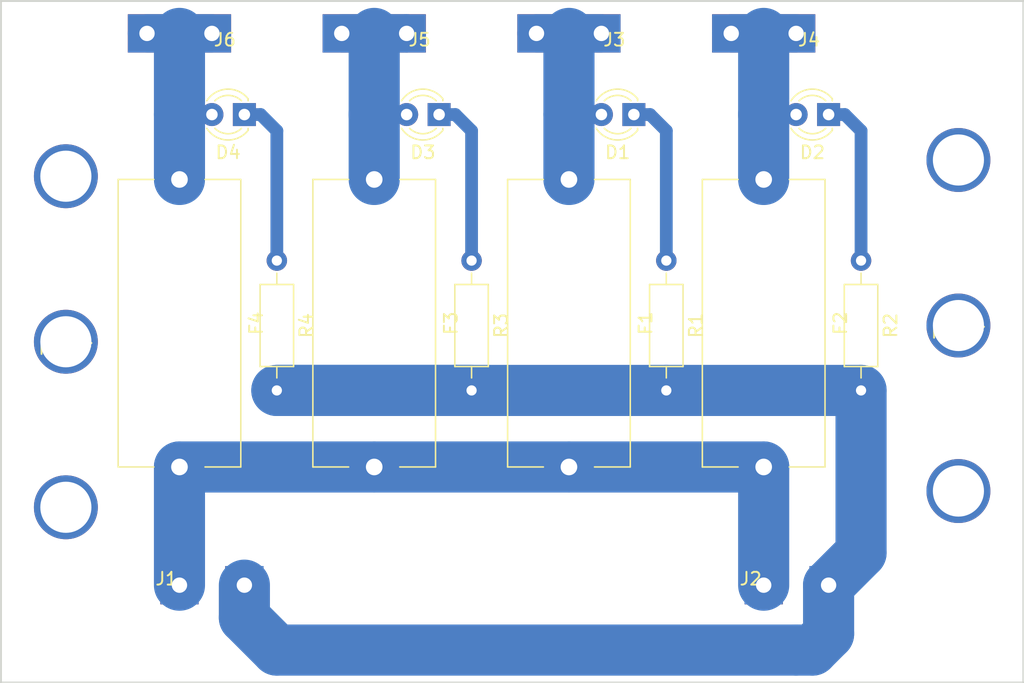
<source format=kicad_pcb>
(kicad_pcb (version 4) (host pcbnew 4.0.7)

  (general
    (links 26)
    (no_connects 0)
    (area 92.634999 43.104999 172.795001 96.595001)
    (thickness 1.6)
    (drawings 4)
    (tracks 54)
    (zones 0)
    (modules 20)
    (nets 11)
  )

  (page A4)
  (layers
    (0 F.Cu signal)
    (31 B.Cu signal)
    (32 B.Adhes user)
    (33 F.Adhes user)
    (34 B.Paste user)
    (35 F.Paste user)
    (36 B.SilkS user)
    (37 F.SilkS user)
    (38 B.Mask user)
    (39 F.Mask user)
    (40 Dwgs.User user)
    (41 Cmts.User user)
    (42 Eco1.User user)
    (43 Eco2.User user)
    (44 Edge.Cuts user)
    (45 Margin user)
    (46 B.CrtYd user)
    (47 F.CrtYd user)
    (48 B.Fab user)
    (49 F.Fab user)
  )

  (setup
    (last_trace_width 3)
    (user_trace_width 1)
    (user_trace_width 4)
    (trace_clearance 0.5)
    (zone_clearance 0.508)
    (zone_45_only no)
    (trace_min 0.2)
    (segment_width 0.2)
    (edge_width 0.15)
    (via_size 0.6)
    (via_drill 0.4)
    (via_min_size 0.4)
    (via_min_drill 0.3)
    (uvia_size 0.3)
    (uvia_drill 0.1)
    (uvias_allowed no)
    (uvia_min_size 0.2)
    (uvia_min_drill 0.1)
    (pcb_text_width 0.3)
    (pcb_text_size 1.5 1.5)
    (mod_edge_width 0.15)
    (mod_text_size 1 1)
    (mod_text_width 0.15)
    (pad_size 1.524 1.524)
    (pad_drill 0.762)
    (pad_to_mask_clearance 0.2)
    (aux_axis_origin 0 0)
    (visible_elements 7FFFFFFF)
    (pcbplotparams
      (layerselection 0x00030_80000001)
      (usegerberextensions false)
      (excludeedgelayer true)
      (linewidth 0.100000)
      (plotframeref false)
      (viasonmask false)
      (mode 1)
      (useauxorigin false)
      (hpglpennumber 1)
      (hpglpenspeed 20)
      (hpglpendiameter 15)
      (hpglpenoverlay 2)
      (psnegative false)
      (psa4output false)
      (plotreference true)
      (plotvalue true)
      (plotinvisibletext false)
      (padsonsilk false)
      (subtractmaskfromsilk false)
      (outputformat 1)
      (mirror false)
      (drillshape 1)
      (scaleselection 1)
      (outputdirectory ""))
  )

  (net 0 "")
  (net 1 "Net-(D1-Pad1)")
  (net 2 "Net-(D1-Pad2)")
  (net 3 "Net-(D2-Pad1)")
  (net 4 "Net-(D2-Pad2)")
  (net 5 "Net-(D3-Pad1)")
  (net 6 "Net-(D3-Pad2)")
  (net 7 "Net-(D4-Pad1)")
  (net 8 "Net-(D4-Pad2)")
  (net 9 VIN)
  (net 10 GND)

  (net_class Default "Toto je výchozí třída sítě."
    (clearance 0.5)
    (trace_width 3)
    (via_dia 0.6)
    (via_drill 0.4)
    (uvia_dia 0.3)
    (uvia_drill 0.1)
    (add_net GND)
    (add_net "Net-(D1-Pad1)")
    (add_net "Net-(D1-Pad2)")
    (add_net "Net-(D2-Pad1)")
    (add_net "Net-(D2-Pad2)")
    (add_net "Net-(D3-Pad1)")
    (add_net "Net-(D3-Pad2)")
    (add_net "Net-(D4-Pad1)")
    (add_net "Net-(D4-Pad2)")
    (add_net VIN)
  )

  (net_class 1mm ""
    (clearance 0.2)
    (trace_width 0.7)
    (via_dia 0.6)
    (via_drill 0.4)
    (uvia_dia 0.3)
    (uvia_drill 0.1)
  )

  (net_class 3mm ""
    (clearance 0.5)
    (trace_width 3)
    (via_dia 0.6)
    (via_drill 0.4)
    (uvia_dia 0.3)
    (uvia_drill 0.1)
  )

  (module konektory:DIN_Drziak (layer F.Cu) (tedit 5AA1882C) (tstamp 5AA2C66C)
    (at 97.79 69.85)
    (fp_text reference REF** (at 0 0.5) (layer F.SilkS)
      (effects (font (size 1 1) (thickness 0.15)))
    )
    (fp_text value "" (at 0 -0.5) (layer F.Fab)
      (effects (font (size 1 1) (thickness 0.15)))
    )
    (fp_line (start -5.08 17.78) (end -5.08 -17.78) (layer F.Fab) (width 0.15))
    (fp_line (start 5.08 17.78) (end -5.08 17.78) (layer F.Fab) (width 0.15))
    (fp_line (start 5.08 -17.78) (end 5.08 17.78) (layer F.Fab) (width 0.15))
    (fp_line (start -5.08 -17.78) (end 5.08 -17.78) (layer F.Fab) (width 0.15))
    (pad 1 thru_hole circle (at 0 0) (size 5 5) (drill 4) (layers *.Cu *.Mask))
    (pad 1 thru_hole circle (at 0 -12.954) (size 5 5) (drill 4) (layers *.Cu *.Mask))
    (pad 1 thru_hole circle (at 0 12.954) (size 5 5) (drill 4) (layers *.Cu *.Mask))
  )

  (module LEDs:LED_D3.0mm (layer F.Cu) (tedit 587A3A7B) (tstamp 5AA2BEFA)
    (at 142.24 52.07 180)
    (descr "LED, diameter 3.0mm, 2 pins")
    (tags "LED diameter 3.0mm 2 pins")
    (path /5AA2BB62)
    (fp_text reference D1 (at 1.27 -2.96 180) (layer F.SilkS)
      (effects (font (size 1 1) (thickness 0.15)))
    )
    (fp_text value LED (at 1.27 2.96 180) (layer F.Fab)
      (effects (font (size 1 1) (thickness 0.15)))
    )
    (fp_arc (start 1.27 0) (end -0.23 -1.16619) (angle 284.3) (layer F.Fab) (width 0.1))
    (fp_arc (start 1.27 0) (end -0.29 -1.235516) (angle 108.8) (layer F.SilkS) (width 0.12))
    (fp_arc (start 1.27 0) (end -0.29 1.235516) (angle -108.8) (layer F.SilkS) (width 0.12))
    (fp_arc (start 1.27 0) (end 0.229039 -1.08) (angle 87.9) (layer F.SilkS) (width 0.12))
    (fp_arc (start 1.27 0) (end 0.229039 1.08) (angle -87.9) (layer F.SilkS) (width 0.12))
    (fp_circle (center 1.27 0) (end 2.77 0) (layer F.Fab) (width 0.1))
    (fp_line (start -0.23 -1.16619) (end -0.23 1.16619) (layer F.Fab) (width 0.1))
    (fp_line (start -0.29 -1.236) (end -0.29 -1.08) (layer F.SilkS) (width 0.12))
    (fp_line (start -0.29 1.08) (end -0.29 1.236) (layer F.SilkS) (width 0.12))
    (fp_line (start -1.15 -2.25) (end -1.15 2.25) (layer F.CrtYd) (width 0.05))
    (fp_line (start -1.15 2.25) (end 3.7 2.25) (layer F.CrtYd) (width 0.05))
    (fp_line (start 3.7 2.25) (end 3.7 -2.25) (layer F.CrtYd) (width 0.05))
    (fp_line (start 3.7 -2.25) (end -1.15 -2.25) (layer F.CrtYd) (width 0.05))
    (pad 1 thru_hole rect (at 0 0 180) (size 1.8 1.8) (drill 0.9) (layers *.Cu *.Mask)
      (net 1 "Net-(D1-Pad1)"))
    (pad 2 thru_hole circle (at 2.54 0 180) (size 1.8 1.8) (drill 0.9) (layers *.Cu *.Mask)
      (net 2 "Net-(D1-Pad2)"))
    (model ${KISYS3DMOD}/LEDs.3dshapes/LED_D3.0mm.wrl
      (at (xyz 0 0 0))
      (scale (xyz 0.393701 0.393701 0.393701))
      (rotate (xyz 0 0 0))
    )
  )

  (module LEDs:LED_D3.0mm (layer F.Cu) (tedit 587A3A7B) (tstamp 5AA2BF00)
    (at 157.48 52.07 180)
    (descr "LED, diameter 3.0mm, 2 pins")
    (tags "LED diameter 3.0mm 2 pins")
    (path /5AA2BE8D)
    (fp_text reference D2 (at 1.27 -2.96 180) (layer F.SilkS)
      (effects (font (size 1 1) (thickness 0.15)))
    )
    (fp_text value LED (at 1.27 2.96 180) (layer F.Fab)
      (effects (font (size 1 1) (thickness 0.15)))
    )
    (fp_arc (start 1.27 0) (end -0.23 -1.16619) (angle 284.3) (layer F.Fab) (width 0.1))
    (fp_arc (start 1.27 0) (end -0.29 -1.235516) (angle 108.8) (layer F.SilkS) (width 0.12))
    (fp_arc (start 1.27 0) (end -0.29 1.235516) (angle -108.8) (layer F.SilkS) (width 0.12))
    (fp_arc (start 1.27 0) (end 0.229039 -1.08) (angle 87.9) (layer F.SilkS) (width 0.12))
    (fp_arc (start 1.27 0) (end 0.229039 1.08) (angle -87.9) (layer F.SilkS) (width 0.12))
    (fp_circle (center 1.27 0) (end 2.77 0) (layer F.Fab) (width 0.1))
    (fp_line (start -0.23 -1.16619) (end -0.23 1.16619) (layer F.Fab) (width 0.1))
    (fp_line (start -0.29 -1.236) (end -0.29 -1.08) (layer F.SilkS) (width 0.12))
    (fp_line (start -0.29 1.08) (end -0.29 1.236) (layer F.SilkS) (width 0.12))
    (fp_line (start -1.15 -2.25) (end -1.15 2.25) (layer F.CrtYd) (width 0.05))
    (fp_line (start -1.15 2.25) (end 3.7 2.25) (layer F.CrtYd) (width 0.05))
    (fp_line (start 3.7 2.25) (end 3.7 -2.25) (layer F.CrtYd) (width 0.05))
    (fp_line (start 3.7 -2.25) (end -1.15 -2.25) (layer F.CrtYd) (width 0.05))
    (pad 1 thru_hole rect (at 0 0 180) (size 1.8 1.8) (drill 0.9) (layers *.Cu *.Mask)
      (net 3 "Net-(D2-Pad1)"))
    (pad 2 thru_hole circle (at 2.54 0 180) (size 1.8 1.8) (drill 0.9) (layers *.Cu *.Mask)
      (net 4 "Net-(D2-Pad2)"))
    (model ${KISYS3DMOD}/LEDs.3dshapes/LED_D3.0mm.wrl
      (at (xyz 0 0 0))
      (scale (xyz 0.393701 0.393701 0.393701))
      (rotate (xyz 0 0 0))
    )
  )

  (module LEDs:LED_D3.0mm (layer F.Cu) (tedit 587A3A7B) (tstamp 5AA2BF06)
    (at 127 52.07 180)
    (descr "LED, diameter 3.0mm, 2 pins")
    (tags "LED diameter 3.0mm 2 pins")
    (path /5AA2C092)
    (fp_text reference D3 (at 1.27 -2.96 180) (layer F.SilkS)
      (effects (font (size 1 1) (thickness 0.15)))
    )
    (fp_text value LED (at 1.27 2.96 180) (layer F.Fab)
      (effects (font (size 1 1) (thickness 0.15)))
    )
    (fp_arc (start 1.27 0) (end -0.23 -1.16619) (angle 284.3) (layer F.Fab) (width 0.1))
    (fp_arc (start 1.27 0) (end -0.29 -1.235516) (angle 108.8) (layer F.SilkS) (width 0.12))
    (fp_arc (start 1.27 0) (end -0.29 1.235516) (angle -108.8) (layer F.SilkS) (width 0.12))
    (fp_arc (start 1.27 0) (end 0.229039 -1.08) (angle 87.9) (layer F.SilkS) (width 0.12))
    (fp_arc (start 1.27 0) (end 0.229039 1.08) (angle -87.9) (layer F.SilkS) (width 0.12))
    (fp_circle (center 1.27 0) (end 2.77 0) (layer F.Fab) (width 0.1))
    (fp_line (start -0.23 -1.16619) (end -0.23 1.16619) (layer F.Fab) (width 0.1))
    (fp_line (start -0.29 -1.236) (end -0.29 -1.08) (layer F.SilkS) (width 0.12))
    (fp_line (start -0.29 1.08) (end -0.29 1.236) (layer F.SilkS) (width 0.12))
    (fp_line (start -1.15 -2.25) (end -1.15 2.25) (layer F.CrtYd) (width 0.05))
    (fp_line (start -1.15 2.25) (end 3.7 2.25) (layer F.CrtYd) (width 0.05))
    (fp_line (start 3.7 2.25) (end 3.7 -2.25) (layer F.CrtYd) (width 0.05))
    (fp_line (start 3.7 -2.25) (end -1.15 -2.25) (layer F.CrtYd) (width 0.05))
    (pad 1 thru_hole rect (at 0 0 180) (size 1.8 1.8) (drill 0.9) (layers *.Cu *.Mask)
      (net 5 "Net-(D3-Pad1)"))
    (pad 2 thru_hole circle (at 2.54 0 180) (size 1.8 1.8) (drill 0.9) (layers *.Cu *.Mask)
      (net 6 "Net-(D3-Pad2)"))
    (model ${KISYS3DMOD}/LEDs.3dshapes/LED_D3.0mm.wrl
      (at (xyz 0 0 0))
      (scale (xyz 0.393701 0.393701 0.393701))
      (rotate (xyz 0 0 0))
    )
  )

  (module LEDs:LED_D3.0mm (layer F.Cu) (tedit 587A3A7B) (tstamp 5AA2BF0C)
    (at 111.76 52.07 180)
    (descr "LED, diameter 3.0mm, 2 pins")
    (tags "LED diameter 3.0mm 2 pins")
    (path /5AA2C0BB)
    (fp_text reference D4 (at 1.27 -2.96 180) (layer F.SilkS)
      (effects (font (size 1 1) (thickness 0.15)))
    )
    (fp_text value LED (at 1.27 2.96 180) (layer F.Fab)
      (effects (font (size 1 1) (thickness 0.15)))
    )
    (fp_arc (start 1.27 0) (end -0.23 -1.16619) (angle 284.3) (layer F.Fab) (width 0.1))
    (fp_arc (start 1.27 0) (end -0.29 -1.235516) (angle 108.8) (layer F.SilkS) (width 0.12))
    (fp_arc (start 1.27 0) (end -0.29 1.235516) (angle -108.8) (layer F.SilkS) (width 0.12))
    (fp_arc (start 1.27 0) (end 0.229039 -1.08) (angle 87.9) (layer F.SilkS) (width 0.12))
    (fp_arc (start 1.27 0) (end 0.229039 1.08) (angle -87.9) (layer F.SilkS) (width 0.12))
    (fp_circle (center 1.27 0) (end 2.77 0) (layer F.Fab) (width 0.1))
    (fp_line (start -0.23 -1.16619) (end -0.23 1.16619) (layer F.Fab) (width 0.1))
    (fp_line (start -0.29 -1.236) (end -0.29 -1.08) (layer F.SilkS) (width 0.12))
    (fp_line (start -0.29 1.08) (end -0.29 1.236) (layer F.SilkS) (width 0.12))
    (fp_line (start -1.15 -2.25) (end -1.15 2.25) (layer F.CrtYd) (width 0.05))
    (fp_line (start -1.15 2.25) (end 3.7 2.25) (layer F.CrtYd) (width 0.05))
    (fp_line (start 3.7 2.25) (end 3.7 -2.25) (layer F.CrtYd) (width 0.05))
    (fp_line (start 3.7 -2.25) (end -1.15 -2.25) (layer F.CrtYd) (width 0.05))
    (pad 1 thru_hole rect (at 0 0 180) (size 1.8 1.8) (drill 0.9) (layers *.Cu *.Mask)
      (net 7 "Net-(D4-Pad1)"))
    (pad 2 thru_hole circle (at 2.54 0 180) (size 1.8 1.8) (drill 0.9) (layers *.Cu *.Mask)
      (net 8 "Net-(D4-Pad2)"))
    (model ${KISYS3DMOD}/LEDs.3dshapes/LED_D3.0mm.wrl
      (at (xyz 0 0 0))
      (scale (xyz 0.393701 0.393701 0.393701))
      (rotate (xyz 0 0 0))
    )
  )

  (module Fuse_Holders_and_Fuses:Fuseholder5x20_horiz_open_Schurter_0031_8201 (layer F.Cu) (tedit 5880C433) (tstamp 5AA2BF13)
    (at 137.16 57.15 270)
    (descr http://www.schurter.com/var/schurter/storage/ilcatalogue/files/document/datasheet/en/pdf/typ_OGN.pdf)
    (tags "Fuseholder horizontal open 5x20 Schurter 0031.8201")
    (path /5AA2B85F)
    (fp_text reference F1 (at 11.25 -6 270) (layer F.SilkS)
      (effects (font (size 1 1) (thickness 0.15)))
    )
    (fp_text value Fuse (at 11.25 6 270) (layer F.Fab)
      (effects (font (size 1 1) (thickness 0.15)))
    )
    (fp_line (start 0.1 -4.7) (end 0.1 4.7) (layer F.Fab) (width 0.1))
    (fp_line (start 0.1 4.7) (end 22.4 4.7) (layer F.Fab) (width 0.1))
    (fp_line (start 22.4 4.7) (end 22.4 -4.7) (layer F.Fab) (width 0.1))
    (fp_line (start 22.4 -4.7) (end 0.1 -4.7) (layer F.Fab) (width 0.1))
    (fp_line (start -0.25 5.05) (end -0.25 1.95) (layer F.CrtYd) (width 0.05))
    (fp_line (start 22.5 4.8) (end 22.5 2) (layer F.SilkS) (width 0.12))
    (fp_line (start 22.5 -2) (end 22.5 -4.8) (layer F.SilkS) (width 0.12))
    (fp_line (start 0 -2) (end 0 -4.8) (layer F.SilkS) (width 0.12))
    (fp_line (start 0 -4.8) (end 22.5 -4.8) (layer F.SilkS) (width 0.12))
    (fp_line (start 22.75 5.05) (end -0.25 5.05) (layer F.CrtYd) (width 0.05))
    (fp_line (start -0.25 -5.05) (end 22.75 -5.05) (layer F.CrtYd) (width 0.05))
    (fp_line (start 0 4.8) (end 22.5 4.8) (layer F.SilkS) (width 0.12))
    (fp_line (start -0.25 -1.95) (end -0.25 -5.05) (layer F.CrtYd) (width 0.05))
    (fp_line (start 22.75 -1.95) (end 22.75 -5.05) (layer F.CrtYd) (width 0.05))
    (fp_line (start 22.75 1.95) (end 22.75 5.05) (layer F.CrtYd) (width 0.05))
    (fp_line (start 0 4.8) (end 0 2) (layer F.SilkS) (width 0.12))
    (fp_arc (start 22.5 0) (end 22.75 -1.95) (angle 165.3) (layer F.CrtYd) (width 0.05))
    (fp_arc (start 0 0) (end -0.25 1.95) (angle 165.3) (layer F.CrtYd) (width 0.05))
    (pad 1 thru_hole circle (at 0 0 270) (size 3 3) (drill 1.3) (layers *.Cu *.Mask)
      (net 2 "Net-(D1-Pad2)"))
    (pad 2 thru_hole circle (at 22.5 0 270) (size 3 3) (drill 1.3) (layers *.Cu *.Mask)
      (net 9 VIN))
    (pad "" np_thru_hole circle (at 11.25 0 270) (size 2.7 2.7) (drill 2.7) (layers *.Cu *.Mask))
  )

  (module Fuse_Holders_and_Fuses:Fuseholder5x20_horiz_open_Schurter_0031_8201 (layer F.Cu) (tedit 5880C433) (tstamp 5AA2BF1A)
    (at 152.4 57.15 270)
    (descr http://www.schurter.com/var/schurter/storage/ilcatalogue/files/document/datasheet/en/pdf/typ_OGN.pdf)
    (tags "Fuseholder horizontal open 5x20 Schurter 0031.8201")
    (path /5AA2BE7C)
    (fp_text reference F2 (at 11.25 -6 270) (layer F.SilkS)
      (effects (font (size 1 1) (thickness 0.15)))
    )
    (fp_text value Fuse (at 11.25 6 270) (layer F.Fab)
      (effects (font (size 1 1) (thickness 0.15)))
    )
    (fp_line (start 0.1 -4.7) (end 0.1 4.7) (layer F.Fab) (width 0.1))
    (fp_line (start 0.1 4.7) (end 22.4 4.7) (layer F.Fab) (width 0.1))
    (fp_line (start 22.4 4.7) (end 22.4 -4.7) (layer F.Fab) (width 0.1))
    (fp_line (start 22.4 -4.7) (end 0.1 -4.7) (layer F.Fab) (width 0.1))
    (fp_line (start -0.25 5.05) (end -0.25 1.95) (layer F.CrtYd) (width 0.05))
    (fp_line (start 22.5 4.8) (end 22.5 2) (layer F.SilkS) (width 0.12))
    (fp_line (start 22.5 -2) (end 22.5 -4.8) (layer F.SilkS) (width 0.12))
    (fp_line (start 0 -2) (end 0 -4.8) (layer F.SilkS) (width 0.12))
    (fp_line (start 0 -4.8) (end 22.5 -4.8) (layer F.SilkS) (width 0.12))
    (fp_line (start 22.75 5.05) (end -0.25 5.05) (layer F.CrtYd) (width 0.05))
    (fp_line (start -0.25 -5.05) (end 22.75 -5.05) (layer F.CrtYd) (width 0.05))
    (fp_line (start 0 4.8) (end 22.5 4.8) (layer F.SilkS) (width 0.12))
    (fp_line (start -0.25 -1.95) (end -0.25 -5.05) (layer F.CrtYd) (width 0.05))
    (fp_line (start 22.75 -1.95) (end 22.75 -5.05) (layer F.CrtYd) (width 0.05))
    (fp_line (start 22.75 1.95) (end 22.75 5.05) (layer F.CrtYd) (width 0.05))
    (fp_line (start 0 4.8) (end 0 2) (layer F.SilkS) (width 0.12))
    (fp_arc (start 22.5 0) (end 22.75 -1.95) (angle 165.3) (layer F.CrtYd) (width 0.05))
    (fp_arc (start 0 0) (end -0.25 1.95) (angle 165.3) (layer F.CrtYd) (width 0.05))
    (pad 1 thru_hole circle (at 0 0 270) (size 3 3) (drill 1.3) (layers *.Cu *.Mask)
      (net 4 "Net-(D2-Pad2)"))
    (pad 2 thru_hole circle (at 22.5 0 270) (size 3 3) (drill 1.3) (layers *.Cu *.Mask)
      (net 9 VIN))
    (pad "" np_thru_hole circle (at 11.25 0 270) (size 2.7 2.7) (drill 2.7) (layers *.Cu *.Mask))
  )

  (module Fuse_Holders_and_Fuses:Fuseholder5x20_horiz_open_Schurter_0031_8201 (layer F.Cu) (tedit 5880C433) (tstamp 5AA2BF21)
    (at 121.92 57.15 270)
    (descr http://www.schurter.com/var/schurter/storage/ilcatalogue/files/document/datasheet/en/pdf/typ_OGN.pdf)
    (tags "Fuseholder horizontal open 5x20 Schurter 0031.8201")
    (path /5AA2C081)
    (fp_text reference F3 (at 11.25 -6 270) (layer F.SilkS)
      (effects (font (size 1 1) (thickness 0.15)))
    )
    (fp_text value Fuse (at 11.25 6 270) (layer F.Fab)
      (effects (font (size 1 1) (thickness 0.15)))
    )
    (fp_line (start 0.1 -4.7) (end 0.1 4.7) (layer F.Fab) (width 0.1))
    (fp_line (start 0.1 4.7) (end 22.4 4.7) (layer F.Fab) (width 0.1))
    (fp_line (start 22.4 4.7) (end 22.4 -4.7) (layer F.Fab) (width 0.1))
    (fp_line (start 22.4 -4.7) (end 0.1 -4.7) (layer F.Fab) (width 0.1))
    (fp_line (start -0.25 5.05) (end -0.25 1.95) (layer F.CrtYd) (width 0.05))
    (fp_line (start 22.5 4.8) (end 22.5 2) (layer F.SilkS) (width 0.12))
    (fp_line (start 22.5 -2) (end 22.5 -4.8) (layer F.SilkS) (width 0.12))
    (fp_line (start 0 -2) (end 0 -4.8) (layer F.SilkS) (width 0.12))
    (fp_line (start 0 -4.8) (end 22.5 -4.8) (layer F.SilkS) (width 0.12))
    (fp_line (start 22.75 5.05) (end -0.25 5.05) (layer F.CrtYd) (width 0.05))
    (fp_line (start -0.25 -5.05) (end 22.75 -5.05) (layer F.CrtYd) (width 0.05))
    (fp_line (start 0 4.8) (end 22.5 4.8) (layer F.SilkS) (width 0.12))
    (fp_line (start -0.25 -1.95) (end -0.25 -5.05) (layer F.CrtYd) (width 0.05))
    (fp_line (start 22.75 -1.95) (end 22.75 -5.05) (layer F.CrtYd) (width 0.05))
    (fp_line (start 22.75 1.95) (end 22.75 5.05) (layer F.CrtYd) (width 0.05))
    (fp_line (start 0 4.8) (end 0 2) (layer F.SilkS) (width 0.12))
    (fp_arc (start 22.5 0) (end 22.75 -1.95) (angle 165.3) (layer F.CrtYd) (width 0.05))
    (fp_arc (start 0 0) (end -0.25 1.95) (angle 165.3) (layer F.CrtYd) (width 0.05))
    (pad 1 thru_hole circle (at 0 0 270) (size 3 3) (drill 1.3) (layers *.Cu *.Mask)
      (net 6 "Net-(D3-Pad2)"))
    (pad 2 thru_hole circle (at 22.5 0 270) (size 3 3) (drill 1.3) (layers *.Cu *.Mask)
      (net 9 VIN))
    (pad "" np_thru_hole circle (at 11.25 0 270) (size 2.7 2.7) (drill 2.7) (layers *.Cu *.Mask))
  )

  (module Fuse_Holders_and_Fuses:Fuseholder5x20_horiz_open_Schurter_0031_8201 (layer F.Cu) (tedit 5880C433) (tstamp 5AA2BF28)
    (at 106.68 57.15 270)
    (descr http://www.schurter.com/var/schurter/storage/ilcatalogue/files/document/datasheet/en/pdf/typ_OGN.pdf)
    (tags "Fuseholder horizontal open 5x20 Schurter 0031.8201")
    (path /5AA2C0AA)
    (fp_text reference F4 (at 11.25 -6 270) (layer F.SilkS)
      (effects (font (size 1 1) (thickness 0.15)))
    )
    (fp_text value Fuse (at 11.25 6 270) (layer F.Fab)
      (effects (font (size 1 1) (thickness 0.15)))
    )
    (fp_line (start 0.1 -4.7) (end 0.1 4.7) (layer F.Fab) (width 0.1))
    (fp_line (start 0.1 4.7) (end 22.4 4.7) (layer F.Fab) (width 0.1))
    (fp_line (start 22.4 4.7) (end 22.4 -4.7) (layer F.Fab) (width 0.1))
    (fp_line (start 22.4 -4.7) (end 0.1 -4.7) (layer F.Fab) (width 0.1))
    (fp_line (start -0.25 5.05) (end -0.25 1.95) (layer F.CrtYd) (width 0.05))
    (fp_line (start 22.5 4.8) (end 22.5 2) (layer F.SilkS) (width 0.12))
    (fp_line (start 22.5 -2) (end 22.5 -4.8) (layer F.SilkS) (width 0.12))
    (fp_line (start 0 -2) (end 0 -4.8) (layer F.SilkS) (width 0.12))
    (fp_line (start 0 -4.8) (end 22.5 -4.8) (layer F.SilkS) (width 0.12))
    (fp_line (start 22.75 5.05) (end -0.25 5.05) (layer F.CrtYd) (width 0.05))
    (fp_line (start -0.25 -5.05) (end 22.75 -5.05) (layer F.CrtYd) (width 0.05))
    (fp_line (start 0 4.8) (end 22.5 4.8) (layer F.SilkS) (width 0.12))
    (fp_line (start -0.25 -1.95) (end -0.25 -5.05) (layer F.CrtYd) (width 0.05))
    (fp_line (start 22.75 -1.95) (end 22.75 -5.05) (layer F.CrtYd) (width 0.05))
    (fp_line (start 22.75 1.95) (end 22.75 5.05) (layer F.CrtYd) (width 0.05))
    (fp_line (start 0 4.8) (end 0 2) (layer F.SilkS) (width 0.12))
    (fp_arc (start 22.5 0) (end 22.75 -1.95) (angle 165.3) (layer F.CrtYd) (width 0.05))
    (fp_arc (start 0 0) (end -0.25 1.95) (angle 165.3) (layer F.CrtYd) (width 0.05))
    (pad 1 thru_hole circle (at 0 0 270) (size 3 3) (drill 1.3) (layers *.Cu *.Mask)
      (net 8 "Net-(D4-Pad2)"))
    (pad 2 thru_hole circle (at 22.5 0 270) (size 3 3) (drill 1.3) (layers *.Cu *.Mask)
      (net 9 VIN))
    (pad "" np_thru_hole circle (at 11.25 0 270) (size 2.7 2.7) (drill 2.7) (layers *.Cu *.Mask))
  )

  (module konektory:MSK-2x5.08_terminal (layer F.Cu) (tedit 5AA2B950) (tstamp 5AA2BF2E)
    (at 109.22 88.9 180)
    (path /5AA2B838)
    (fp_text reference J1 (at 3.556 0.5 180) (layer F.SilkS)
      (effects (font (size 1 1) (thickness 0.15)))
    )
    (fp_text value Conn_01x02 (at 3.556 -0.5 180) (layer F.Fab)
      (effects (font (size 1 1) (thickness 0.15)))
    )
    (pad 1 thru_hole rect (at -2.54 0 180) (size 3 3) (drill 1.2) (layers *.Mask B.Cu)
      (net 10 GND))
    (pad 2 thru_hole rect (at 2.54 0 180) (size 3 3) (drill 1.2) (layers *.Mask B.Cu)
      (net 9 VIN))
    (model Connectors.3dshapes/bornier2.wrl
      (at (xyz 0 0 0))
      (scale (xyz 1 1 1))
      (rotate (xyz 0 0 0))
    )
  )

  (module konektory:MSK-2x5.08_terminal (layer F.Cu) (tedit 5AA2B950) (tstamp 5AA2BF34)
    (at 154.94 88.9 180)
    (path /5AA2B52F)
    (fp_text reference J2 (at 3.556 0.5 180) (layer F.SilkS)
      (effects (font (size 1 1) (thickness 0.15)))
    )
    (fp_text value Conn_01x02 (at 3.556 -0.5 180) (layer F.Fab)
      (effects (font (size 1 1) (thickness 0.15)))
    )
    (pad 1 thru_hole rect (at -2.54 0 180) (size 3 3) (drill 1.2) (layers *.Mask B.Cu)
      (net 10 GND))
    (pad 2 thru_hole rect (at 2.54 0 180) (size 3 3) (drill 1.2) (layers *.Mask B.Cu)
      (net 9 VIN))
    (model Connectors.3dshapes/bornier2.wrl
      (at (xyz 0 0 0))
      (scale (xyz 1 1 1))
      (rotate (xyz 0 0 0))
    )
  )

  (module konektory:MSK-2x5.08_terminal (layer F.Cu) (tedit 5AA2B950) (tstamp 5AA2BF3A)
    (at 137.16 45.72)
    (path /5AA2B8C1)
    (fp_text reference J3 (at 3.556 0.5) (layer F.SilkS)
      (effects (font (size 1 1) (thickness 0.15)))
    )
    (fp_text value Conn_01x02 (at 3.556 -0.5) (layer F.Fab)
      (effects (font (size 1 1) (thickness 0.15)))
    )
    (pad 1 thru_hole rect (at -2.54 0) (size 3 3) (drill 1.2) (layers *.Mask B.Cu)
      (net 2 "Net-(D1-Pad2)"))
    (pad 2 thru_hole rect (at 2.54 0) (size 3 3) (drill 1.2) (layers *.Mask B.Cu)
      (net 2 "Net-(D1-Pad2)"))
    (model Connectors.3dshapes/bornier2.wrl
      (at (xyz 0 0 0))
      (scale (xyz 1 1 1))
      (rotate (xyz 0 0 0))
    )
  )

  (module konektory:MSK-2x5.08_terminal (layer F.Cu) (tedit 5AA2B950) (tstamp 5AA2BF40)
    (at 152.4 45.72)
    (path /5AA2BE82)
    (fp_text reference J4 (at 3.556 0.5) (layer F.SilkS)
      (effects (font (size 1 1) (thickness 0.15)))
    )
    (fp_text value Conn_01x02 (at 3.556 -0.5) (layer F.Fab)
      (effects (font (size 1 1) (thickness 0.15)))
    )
    (pad 1 thru_hole rect (at -2.54 0) (size 3 3) (drill 1.2) (layers *.Mask B.Cu)
      (net 4 "Net-(D2-Pad2)"))
    (pad 2 thru_hole rect (at 2.54 0) (size 3 3) (drill 1.2) (layers *.Mask B.Cu)
      (net 4 "Net-(D2-Pad2)"))
    (model Connectors.3dshapes/bornier2.wrl
      (at (xyz 0 0 0))
      (scale (xyz 1 1 1))
      (rotate (xyz 0 0 0))
    )
  )

  (module konektory:MSK-2x5.08_terminal (layer F.Cu) (tedit 5AA2B950) (tstamp 5AA2BF46)
    (at 121.92 45.72)
    (path /5AA2C087)
    (fp_text reference J5 (at 3.556 0.5) (layer F.SilkS)
      (effects (font (size 1 1) (thickness 0.15)))
    )
    (fp_text value Conn_01x02 (at 3.556 -0.5) (layer F.Fab)
      (effects (font (size 1 1) (thickness 0.15)))
    )
    (pad 1 thru_hole rect (at -2.54 0) (size 3 3) (drill 1.2) (layers *.Mask B.Cu)
      (net 6 "Net-(D3-Pad2)"))
    (pad 2 thru_hole rect (at 2.54 0) (size 3 3) (drill 1.2) (layers *.Mask B.Cu)
      (net 6 "Net-(D3-Pad2)"))
    (model Connectors.3dshapes/bornier2.wrl
      (at (xyz 0 0 0))
      (scale (xyz 1 1 1))
      (rotate (xyz 0 0 0))
    )
  )

  (module konektory:MSK-2x5.08_terminal (layer F.Cu) (tedit 5AA2B950) (tstamp 5AA2BF4C)
    (at 106.68 45.72)
    (path /5AA2C0B0)
    (fp_text reference J6 (at 3.556 0.5) (layer F.SilkS)
      (effects (font (size 1 1) (thickness 0.15)))
    )
    (fp_text value Conn_01x02 (at 3.556 -0.5) (layer F.Fab)
      (effects (font (size 1 1) (thickness 0.15)))
    )
    (pad 1 thru_hole rect (at -2.54 0) (size 3 3) (drill 1.2) (layers *.Mask B.Cu)
      (net 8 "Net-(D4-Pad2)"))
    (pad 2 thru_hole rect (at 2.54 0) (size 3 3) (drill 1.2) (layers *.Mask B.Cu)
      (net 8 "Net-(D4-Pad2)"))
    (model Connectors.3dshapes/bornier2.wrl
      (at (xyz 0 0 0))
      (scale (xyz 1 1 1))
      (rotate (xyz 0 0 0))
    )
  )

  (module Resistors_THT:R_Axial_DIN0207_L6.3mm_D2.5mm_P10.16mm_Horizontal (layer F.Cu) (tedit 5874F706) (tstamp 5AA2BF52)
    (at 144.78 63.5 270)
    (descr "Resistor, Axial_DIN0207 series, Axial, Horizontal, pin pitch=10.16mm, 0.25W = 1/4W, length*diameter=6.3*2.5mm^2, http://cdn-reichelt.de/documents/datenblatt/B400/1_4W%23YAG.pdf")
    (tags "Resistor Axial_DIN0207 series Axial Horizontal pin pitch 10.16mm 0.25W = 1/4W length 6.3mm diameter 2.5mm")
    (path /5AA2BD10)
    (fp_text reference R1 (at 5.08 -2.31 270) (layer F.SilkS)
      (effects (font (size 1 1) (thickness 0.15)))
    )
    (fp_text value 220 (at 5.08 2.31 270) (layer F.Fab)
      (effects (font (size 1 1) (thickness 0.15)))
    )
    (fp_line (start 1.93 -1.25) (end 1.93 1.25) (layer F.Fab) (width 0.1))
    (fp_line (start 1.93 1.25) (end 8.23 1.25) (layer F.Fab) (width 0.1))
    (fp_line (start 8.23 1.25) (end 8.23 -1.25) (layer F.Fab) (width 0.1))
    (fp_line (start 8.23 -1.25) (end 1.93 -1.25) (layer F.Fab) (width 0.1))
    (fp_line (start 0 0) (end 1.93 0) (layer F.Fab) (width 0.1))
    (fp_line (start 10.16 0) (end 8.23 0) (layer F.Fab) (width 0.1))
    (fp_line (start 1.87 -1.31) (end 1.87 1.31) (layer F.SilkS) (width 0.12))
    (fp_line (start 1.87 1.31) (end 8.29 1.31) (layer F.SilkS) (width 0.12))
    (fp_line (start 8.29 1.31) (end 8.29 -1.31) (layer F.SilkS) (width 0.12))
    (fp_line (start 8.29 -1.31) (end 1.87 -1.31) (layer F.SilkS) (width 0.12))
    (fp_line (start 0.98 0) (end 1.87 0) (layer F.SilkS) (width 0.12))
    (fp_line (start 9.18 0) (end 8.29 0) (layer F.SilkS) (width 0.12))
    (fp_line (start -1.05 -1.6) (end -1.05 1.6) (layer F.CrtYd) (width 0.05))
    (fp_line (start -1.05 1.6) (end 11.25 1.6) (layer F.CrtYd) (width 0.05))
    (fp_line (start 11.25 1.6) (end 11.25 -1.6) (layer F.CrtYd) (width 0.05))
    (fp_line (start 11.25 -1.6) (end -1.05 -1.6) (layer F.CrtYd) (width 0.05))
    (pad 1 thru_hole circle (at 0 0 270) (size 1.6 1.6) (drill 0.8) (layers *.Cu *.Mask)
      (net 1 "Net-(D1-Pad1)"))
    (pad 2 thru_hole oval (at 10.16 0 270) (size 1.6 1.6) (drill 0.8) (layers *.Cu *.Mask)
      (net 10 GND))
    (model ${KISYS3DMOD}/Resistors_THT.3dshapes/R_Axial_DIN0207_L6.3mm_D2.5mm_P10.16mm_Horizontal.wrl
      (at (xyz 0 0 0))
      (scale (xyz 0.393701 0.393701 0.393701))
      (rotate (xyz 0 0 0))
    )
  )

  (module Resistors_THT:R_Axial_DIN0207_L6.3mm_D2.5mm_P10.16mm_Horizontal (layer F.Cu) (tedit 5874F706) (tstamp 5AA2BF58)
    (at 160.02 63.5 270)
    (descr "Resistor, Axial_DIN0207 series, Axial, Horizontal, pin pitch=10.16mm, 0.25W = 1/4W, length*diameter=6.3*2.5mm^2, http://cdn-reichelt.de/documents/datenblatt/B400/1_4W%23YAG.pdf")
    (tags "Resistor Axial_DIN0207 series Axial Horizontal pin pitch 10.16mm 0.25W = 1/4W length 6.3mm diameter 2.5mm")
    (path /5AA2BE9B)
    (fp_text reference R2 (at 5.08 -2.31 270) (layer F.SilkS)
      (effects (font (size 1 1) (thickness 0.15)))
    )
    (fp_text value 220 (at 5.08 2.31 270) (layer F.Fab)
      (effects (font (size 1 1) (thickness 0.15)))
    )
    (fp_line (start 1.93 -1.25) (end 1.93 1.25) (layer F.Fab) (width 0.1))
    (fp_line (start 1.93 1.25) (end 8.23 1.25) (layer F.Fab) (width 0.1))
    (fp_line (start 8.23 1.25) (end 8.23 -1.25) (layer F.Fab) (width 0.1))
    (fp_line (start 8.23 -1.25) (end 1.93 -1.25) (layer F.Fab) (width 0.1))
    (fp_line (start 0 0) (end 1.93 0) (layer F.Fab) (width 0.1))
    (fp_line (start 10.16 0) (end 8.23 0) (layer F.Fab) (width 0.1))
    (fp_line (start 1.87 -1.31) (end 1.87 1.31) (layer F.SilkS) (width 0.12))
    (fp_line (start 1.87 1.31) (end 8.29 1.31) (layer F.SilkS) (width 0.12))
    (fp_line (start 8.29 1.31) (end 8.29 -1.31) (layer F.SilkS) (width 0.12))
    (fp_line (start 8.29 -1.31) (end 1.87 -1.31) (layer F.SilkS) (width 0.12))
    (fp_line (start 0.98 0) (end 1.87 0) (layer F.SilkS) (width 0.12))
    (fp_line (start 9.18 0) (end 8.29 0) (layer F.SilkS) (width 0.12))
    (fp_line (start -1.05 -1.6) (end -1.05 1.6) (layer F.CrtYd) (width 0.05))
    (fp_line (start -1.05 1.6) (end 11.25 1.6) (layer F.CrtYd) (width 0.05))
    (fp_line (start 11.25 1.6) (end 11.25 -1.6) (layer F.CrtYd) (width 0.05))
    (fp_line (start 11.25 -1.6) (end -1.05 -1.6) (layer F.CrtYd) (width 0.05))
    (pad 1 thru_hole circle (at 0 0 270) (size 1.6 1.6) (drill 0.8) (layers *.Cu *.Mask)
      (net 3 "Net-(D2-Pad1)"))
    (pad 2 thru_hole oval (at 10.16 0 270) (size 1.6 1.6) (drill 0.8) (layers *.Cu *.Mask)
      (net 10 GND))
    (model ${KISYS3DMOD}/Resistors_THT.3dshapes/R_Axial_DIN0207_L6.3mm_D2.5mm_P10.16mm_Horizontal.wrl
      (at (xyz 0 0 0))
      (scale (xyz 0.393701 0.393701 0.393701))
      (rotate (xyz 0 0 0))
    )
  )

  (module Resistors_THT:R_Axial_DIN0207_L6.3mm_D2.5mm_P10.16mm_Horizontal (layer F.Cu) (tedit 5874F706) (tstamp 5AA2BF5E)
    (at 129.54 63.5 270)
    (descr "Resistor, Axial_DIN0207 series, Axial, Horizontal, pin pitch=10.16mm, 0.25W = 1/4W, length*diameter=6.3*2.5mm^2, http://cdn-reichelt.de/documents/datenblatt/B400/1_4W%23YAG.pdf")
    (tags "Resistor Axial_DIN0207 series Axial Horizontal pin pitch 10.16mm 0.25W = 1/4W length 6.3mm diameter 2.5mm")
    (path /5AA2C0A0)
    (fp_text reference R3 (at 5.08 -2.31 270) (layer F.SilkS)
      (effects (font (size 1 1) (thickness 0.15)))
    )
    (fp_text value 220 (at 5.08 2.31 270) (layer F.Fab)
      (effects (font (size 1 1) (thickness 0.15)))
    )
    (fp_line (start 1.93 -1.25) (end 1.93 1.25) (layer F.Fab) (width 0.1))
    (fp_line (start 1.93 1.25) (end 8.23 1.25) (layer F.Fab) (width 0.1))
    (fp_line (start 8.23 1.25) (end 8.23 -1.25) (layer F.Fab) (width 0.1))
    (fp_line (start 8.23 -1.25) (end 1.93 -1.25) (layer F.Fab) (width 0.1))
    (fp_line (start 0 0) (end 1.93 0) (layer F.Fab) (width 0.1))
    (fp_line (start 10.16 0) (end 8.23 0) (layer F.Fab) (width 0.1))
    (fp_line (start 1.87 -1.31) (end 1.87 1.31) (layer F.SilkS) (width 0.12))
    (fp_line (start 1.87 1.31) (end 8.29 1.31) (layer F.SilkS) (width 0.12))
    (fp_line (start 8.29 1.31) (end 8.29 -1.31) (layer F.SilkS) (width 0.12))
    (fp_line (start 8.29 -1.31) (end 1.87 -1.31) (layer F.SilkS) (width 0.12))
    (fp_line (start 0.98 0) (end 1.87 0) (layer F.SilkS) (width 0.12))
    (fp_line (start 9.18 0) (end 8.29 0) (layer F.SilkS) (width 0.12))
    (fp_line (start -1.05 -1.6) (end -1.05 1.6) (layer F.CrtYd) (width 0.05))
    (fp_line (start -1.05 1.6) (end 11.25 1.6) (layer F.CrtYd) (width 0.05))
    (fp_line (start 11.25 1.6) (end 11.25 -1.6) (layer F.CrtYd) (width 0.05))
    (fp_line (start 11.25 -1.6) (end -1.05 -1.6) (layer F.CrtYd) (width 0.05))
    (pad 1 thru_hole circle (at 0 0 270) (size 1.6 1.6) (drill 0.8) (layers *.Cu *.Mask)
      (net 5 "Net-(D3-Pad1)"))
    (pad 2 thru_hole oval (at 10.16 0 270) (size 1.6 1.6) (drill 0.8) (layers *.Cu *.Mask)
      (net 10 GND))
    (model ${KISYS3DMOD}/Resistors_THT.3dshapes/R_Axial_DIN0207_L6.3mm_D2.5mm_P10.16mm_Horizontal.wrl
      (at (xyz 0 0 0))
      (scale (xyz 0.393701 0.393701 0.393701))
      (rotate (xyz 0 0 0))
    )
  )

  (module Resistors_THT:R_Axial_DIN0207_L6.3mm_D2.5mm_P10.16mm_Horizontal (layer F.Cu) (tedit 5874F706) (tstamp 5AA2BF64)
    (at 114.3 63.5 270)
    (descr "Resistor, Axial_DIN0207 series, Axial, Horizontal, pin pitch=10.16mm, 0.25W = 1/4W, length*diameter=6.3*2.5mm^2, http://cdn-reichelt.de/documents/datenblatt/B400/1_4W%23YAG.pdf")
    (tags "Resistor Axial_DIN0207 series Axial Horizontal pin pitch 10.16mm 0.25W = 1/4W length 6.3mm diameter 2.5mm")
    (path /5AA2C0C9)
    (fp_text reference R4 (at 5.08 -2.31 270) (layer F.SilkS)
      (effects (font (size 1 1) (thickness 0.15)))
    )
    (fp_text value 220 (at 5.08 2.31 270) (layer F.Fab)
      (effects (font (size 1 1) (thickness 0.15)))
    )
    (fp_line (start 1.93 -1.25) (end 1.93 1.25) (layer F.Fab) (width 0.1))
    (fp_line (start 1.93 1.25) (end 8.23 1.25) (layer F.Fab) (width 0.1))
    (fp_line (start 8.23 1.25) (end 8.23 -1.25) (layer F.Fab) (width 0.1))
    (fp_line (start 8.23 -1.25) (end 1.93 -1.25) (layer F.Fab) (width 0.1))
    (fp_line (start 0 0) (end 1.93 0) (layer F.Fab) (width 0.1))
    (fp_line (start 10.16 0) (end 8.23 0) (layer F.Fab) (width 0.1))
    (fp_line (start 1.87 -1.31) (end 1.87 1.31) (layer F.SilkS) (width 0.12))
    (fp_line (start 1.87 1.31) (end 8.29 1.31) (layer F.SilkS) (width 0.12))
    (fp_line (start 8.29 1.31) (end 8.29 -1.31) (layer F.SilkS) (width 0.12))
    (fp_line (start 8.29 -1.31) (end 1.87 -1.31) (layer F.SilkS) (width 0.12))
    (fp_line (start 0.98 0) (end 1.87 0) (layer F.SilkS) (width 0.12))
    (fp_line (start 9.18 0) (end 8.29 0) (layer F.SilkS) (width 0.12))
    (fp_line (start -1.05 -1.6) (end -1.05 1.6) (layer F.CrtYd) (width 0.05))
    (fp_line (start -1.05 1.6) (end 11.25 1.6) (layer F.CrtYd) (width 0.05))
    (fp_line (start 11.25 1.6) (end 11.25 -1.6) (layer F.CrtYd) (width 0.05))
    (fp_line (start 11.25 -1.6) (end -1.05 -1.6) (layer F.CrtYd) (width 0.05))
    (pad 1 thru_hole circle (at 0 0 270) (size 1.6 1.6) (drill 0.8) (layers *.Cu *.Mask)
      (net 7 "Net-(D4-Pad1)"))
    (pad 2 thru_hole oval (at 10.16 0 270) (size 1.6 1.6) (drill 0.8) (layers *.Cu *.Mask)
      (net 10 GND))
    (model ${KISYS3DMOD}/Resistors_THT.3dshapes/R_Axial_DIN0207_L6.3mm_D2.5mm_P10.16mm_Horizontal.wrl
      (at (xyz 0 0 0))
      (scale (xyz 0.393701 0.393701 0.393701))
      (rotate (xyz 0 0 0))
    )
  )

  (module konektory:DIN_Drziak (layer F.Cu) (tedit 5AA1882C) (tstamp 5AA2C660)
    (at 167.64 68.58)
    (fp_text reference REF** (at 0 0.5) (layer F.SilkS)
      (effects (font (size 1 1) (thickness 0.15)))
    )
    (fp_text value "" (at 0 -0.5) (layer F.Fab)
      (effects (font (size 1 1) (thickness 0.15)))
    )
    (fp_line (start -5.08 17.78) (end -5.08 -17.78) (layer F.Fab) (width 0.15))
    (fp_line (start 5.08 17.78) (end -5.08 17.78) (layer F.Fab) (width 0.15))
    (fp_line (start 5.08 -17.78) (end 5.08 17.78) (layer F.Fab) (width 0.15))
    (fp_line (start -5.08 -17.78) (end 5.08 -17.78) (layer F.Fab) (width 0.15))
    (pad 1 thru_hole circle (at 0 0) (size 5 5) (drill 4) (layers *.Cu *.Mask))
    (pad 1 thru_hole circle (at 0 -12.954) (size 5 5) (drill 4) (layers *.Cu *.Mask))
    (pad 1 thru_hole circle (at 0 12.954) (size 5 5) (drill 4) (layers *.Cu *.Mask))
  )

  (gr_line (start 172.72 96.52) (end 92.71 96.52) (angle 90) (layer Edge.Cuts) (width 0.15))
  (gr_line (start 172.72 43.18) (end 92.71 43.18) (angle 90) (layer Edge.Cuts) (width 0.15))
  (gr_line (start 92.71 96.52) (end 92.71 43.18) (angle 90) (layer Edge.Cuts) (width 0.15))
  (gr_line (start 172.72 43.18) (end 172.72 96.52) (angle 90) (layer Edge.Cuts) (width 0.15))

  (segment (start 142.24 52.07) (end 143.51 52.07) (width 1) (layer B.Cu) (net 1))
  (segment (start 144.78 53.34) (end 144.78 63.5) (width 1) (layer B.Cu) (net 1) (tstamp 5AA2C86F))
  (segment (start 143.51 52.07) (end 144.78 53.34) (width 1) (layer B.Cu) (net 1) (tstamp 5AA2C86E))
  (segment (start 139.7 52.07) (end 137.16 52.07) (width 1) (layer B.Cu) (net 2))
  (segment (start 137.16 57.15) (end 137.16 52.07) (width 4) (layer B.Cu) (net 2))
  (segment (start 137.16 52.07) (end 137.16 45.72) (width 4) (layer B.Cu) (net 2) (tstamp 5AA2C87C))
  (segment (start 134.62 45.72) (end 137.16 45.72) (width 3) (layer B.Cu) (net 2) (status 30))
  (segment (start 137.16 45.72) (end 139.7 45.72) (width 3) (layer B.Cu) (net 2) (tstamp 5AA2C821) (status 30))
  (segment (start 138.43 45.72) (end 139.7 45.72) (width 0.7) (layer B.Cu) (net 2) (tstamp 5AA2C41E) (status 30))
  (segment (start 157.48 52.07) (end 158.75 52.07) (width 1) (layer B.Cu) (net 3))
  (segment (start 160.02 53.34) (end 160.02 63.5) (width 1) (layer B.Cu) (net 3) (tstamp 5AA2C873))
  (segment (start 158.75 52.07) (end 160.02 53.34) (width 1) (layer B.Cu) (net 3) (tstamp 5AA2C872))
  (segment (start 154.94 52.07) (end 152.4 52.07) (width 1) (layer B.Cu) (net 4))
  (segment (start 152.4 45.72) (end 154.94 45.72) (width 3) (layer B.Cu) (net 4))
  (segment (start 152.4 57.15) (end 152.4 52.07) (width 4) (layer B.Cu) (net 4))
  (segment (start 152.4 52.07) (end 152.4 45.72) (width 4) (layer B.Cu) (net 4) (tstamp 5AA2C878))
  (segment (start 149.86 45.72) (end 152.4 45.72) (width 3) (layer B.Cu) (net 4) (status 10))
  (segment (start 127 52.07) (end 128.27 52.07) (width 1) (layer B.Cu) (net 5))
  (segment (start 129.54 53.34) (end 129.54 63.5) (width 1) (layer B.Cu) (net 5) (tstamp 5AA2C86B))
  (segment (start 128.27 52.07) (end 129.54 53.34) (width 1) (layer B.Cu) (net 5) (tstamp 5AA2C86A))
  (segment (start 124.46 52.07) (end 121.92 52.07) (width 1) (layer B.Cu) (net 6))
  (segment (start 121.92 52.07) (end 123.19 52.07) (width 1) (layer B.Cu) (net 6) (tstamp 5AA2C864))
  (segment (start 123.19 52.07) (end 121.92 52.07) (width 1) (layer B.Cu) (net 6) (tstamp 5AA2C866))
  (segment (start 121.92 57.15) (end 121.92 52.07) (width 4) (layer B.Cu) (net 6))
  (segment (start 121.92 52.07) (end 121.92 45.72) (width 4) (layer B.Cu) (net 6) (tstamp 5AA2C867))
  (segment (start 119.38 45.72) (end 121.92 45.72) (width 3) (layer B.Cu) (net 6) (status 10))
  (segment (start 121.92 45.72) (end 124.46 45.72) (width 3) (layer B.Cu) (net 6) (tstamp 5AA2C81D) (status 10))
  (segment (start 124.46 45.72) (end 124.46 45.72) (width 3) (layer B.Cu) (net 6) (tstamp 5AA2C14B) (status 20))
  (segment (start 111.76 52.07) (end 113.03 52.07) (width 1) (layer B.Cu) (net 7))
  (segment (start 114.3 53.34) (end 114.3 63.5) (width 1) (layer B.Cu) (net 7) (tstamp 5AA2C700))
  (segment (start 113.03 52.07) (end 114.3 53.34) (width 1) (layer B.Cu) (net 7) (tstamp 5AA2C6FF))
  (segment (start 109.22 52.07) (end 106.68 52.07) (width 1) (layer B.Cu) (net 8))
  (segment (start 106.68 57.15) (end 106.68 52.07) (width 4) (layer B.Cu) (net 8) (status 10))
  (segment (start 106.68 52.07) (end 106.68 45.72) (width 4) (layer B.Cu) (net 8) (tstamp 5AA2C6E6) (status 10))
  (segment (start 104.14 45.72) (end 106.68 45.72) (width 3) (layer B.Cu) (net 8))
  (segment (start 106.68 45.72) (end 109.22 45.72) (width 3) (layer B.Cu) (net 8) (tstamp 5AA2C147))
  (segment (start 106.68 88.9) (end 106.68 79.65) (width 4) (layer B.Cu) (net 9))
  (segment (start 152.4 79.65) (end 152.4 88.9) (width 4) (layer B.Cu) (net 9))
  (segment (start 137.16 79.65) (end 152.4 79.65) (width 4) (layer B.Cu) (net 9))
  (segment (start 121.92 79.65) (end 137.16 79.65) (width 4) (layer B.Cu) (net 9))
  (segment (start 106.68 79.65) (end 121.92 79.65) (width 4) (layer B.Cu) (net 9))
  (segment (start 129.54 73.66) (end 114.3 73.66) (width 4) (layer B.Cu) (net 10))
  (segment (start 154.94 93.98) (end 156.21 93.98) (width 4) (layer B.Cu) (net 10))
  (segment (start 156.21 93.98) (end 157.48 92.71) (width 4) (layer B.Cu) (net 10) (tstamp 5AA2C89F))
  (segment (start 157.48 88.9) (end 157.48 92.71) (width 4) (layer B.Cu) (net 10))
  (segment (start 111.76 91.44) (end 111.76 88.9) (width 4) (layer B.Cu) (net 10) (tstamp 5AA2C860))
  (segment (start 114.3 93.98) (end 111.76 91.44) (width 4) (layer B.Cu) (net 10) (tstamp 5AA2C85F))
  (segment (start 154.94 93.98) (end 114.3 93.98) (width 4) (layer B.Cu) (net 10) (tstamp 5AA2C89D))
  (segment (start 157.48 92.71) (end 156.21 93.98) (width 3) (layer B.Cu) (net 10) (tstamp 5AA2C85D))
  (segment (start 114.3 73.66) (end 128.27 73.66) (width 4) (layer B.Cu) (net 10))
  (segment (start 128.27 73.66) (end 144.78 73.66) (width 4) (layer B.Cu) (net 10))
  (segment (start 160.02 73.66) (end 144.78 73.66) (width 4) (layer B.Cu) (net 10))
  (segment (start 157.48 88.9) (end 160.02 86.36) (width 4) (layer B.Cu) (net 10))
  (segment (start 160.02 86.36) (end 160.02 73.66) (width 4) (layer B.Cu) (net 10) (tstamp 5AA2C847))

)

</source>
